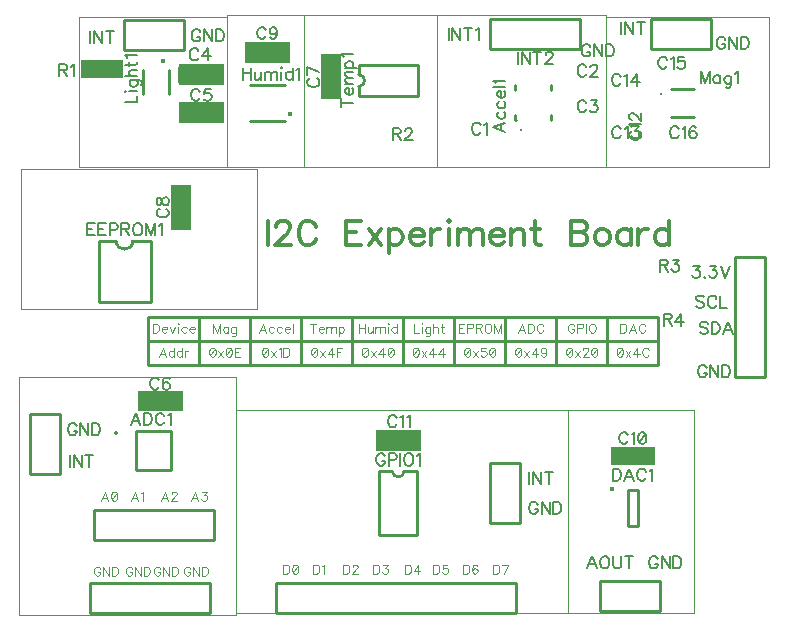
<source format=gto>
G04 DipTrace 3.1.0.0*
G04 SensorActuatorBreakout.gto*
%MOIN*%
G04 #@! TF.FileFunction,Legend,Top*
G04 #@! TF.Part,Single*
%ADD10C,0.009843*%
%ADD17C,0.001312*%
%ADD18C,0.011817*%
%ADD19O,0.013865X0.014127*%
%ADD24C,0.015395*%
%ADD28C,0.015429*%
%ADD33C,0.015417*%
%ADD36C,0.01178*%
%ADD78C,0.006176*%
%ADD79C,0.004632*%
%ADD80C,0.012351*%
%FSLAX26Y26*%
G04*
G70*
G90*
G75*
G01*
G04 TopSilk*
%LPD*%
X2048141Y2142606D2*
D10*
Y2160333D1*
Y2044184D2*
Y2059944D1*
X2166250Y2142606D2*
Y2160333D1*
Y2042217D2*
Y2059944D1*
D18*
X2067826Y2009740D3*
X2048141Y2044184D2*
D10*
X2050101Y2042217D1*
D19*
X715812Y998781D3*
X784091Y1008007D2*
D10*
X900375D1*
Y877799D1*
X784091D1*
Y1008007D1*
X927640Y2168429D2*
Y2219571D1*
D24*
X2370936Y814622D3*
X2425002Y809360D2*
D10*
Y691252D1*
X2456492Y809360D2*
Y691252D1*
X2425002D2*
X2456492D1*
X2425002Y809360D2*
X2456492D1*
X659320Y1639983D2*
Y1435261D1*
X832517Y1639983D2*
Y1435261D1*
X659320D2*
X832517D1*
X659320Y1639983D2*
X718348D1*
X773490D2*
X832517D1*
X718348D2*
G03X773490Y1639983I27571J15D01*
G01*
X1595092Y873184D2*
Y660585D1*
X1721063Y873184D2*
Y660585D1*
X1595092D2*
X1721063D1*
X1595092Y873184D2*
X1638389D1*
X1677766D2*
X1721063D1*
X1638389D2*
G03X1677766Y873184I19689J23D01*
G01*
D28*
X1297976Y2063401D3*
X1280810Y2159206D2*
D10*
X1162701D1*
X1280810Y2041096D2*
X1162701D1*
X1250212Y500246D2*
X2050139D1*
Y400244D1*
X1250212D1*
Y500246D1*
X2331300Y506498D2*
X2531324D1*
Y406493D1*
X2331300D1*
Y506498D1*
X1962620Y2381302D2*
X2262582D1*
Y2281297D1*
X1962620D1*
Y2381302D1*
X743967Y2375052D2*
X943991D1*
Y2275047D1*
X743967D1*
Y2375052D1*
X2500237Y2381505D2*
X2700261D1*
Y2281500D1*
X2500237D1*
Y2381505D1*
X643982Y744005D2*
X1044018D1*
Y644000D1*
X643982D1*
Y744005D1*
X631473Y500249D2*
X1031508D1*
Y400244D1*
X631473D1*
Y500249D1*
X431507Y862684D2*
X531512D1*
Y1062708D1*
X431507D1*
Y862684D1*
X2062606Y900214D2*
X1962601D1*
Y700190D1*
X2062606D1*
Y900214D1*
X2881270Y1587648D2*
X2781265D1*
Y1187612D1*
X2881270D1*
Y1587648D1*
D33*
X874575Y2238570D3*
X806323Y2208317D2*
D10*
Y2129543D1*
X892937Y2208317D2*
Y2129543D1*
X2566864Y2052820D2*
X2645706D1*
X2566864Y2147322D2*
X2645706D1*
D36*
X2535407Y2131587D3*
X1526722Y2123935D2*
D10*
X1723577D1*
X1526722Y2226312D2*
X1723577D1*
Y2123935D2*
Y2226312D1*
X1526722Y2155429D2*
Y2123935D1*
Y2194818D2*
Y2226312D1*
Y2155429D2*
G03X1526722Y2194818I-9J19694D01*
G01*
G36*
X1400251Y2262751D2*
X1469000D1*
Y2112751D1*
X1400251D1*
Y2262751D1*
G37*
G36*
X1147126Y2303375D2*
X1297126D1*
Y2234626D1*
X1147126D1*
Y2303375D1*
G37*
G36*
X928375Y2228375D2*
X1078375D1*
Y2159626D1*
X928375D1*
Y2228375D1*
G37*
G36*
Y2103375D2*
X1078375D1*
Y2034626D1*
X928375D1*
Y2103375D1*
G37*
G36*
X600249Y2244000D2*
X740875D1*
Y2184626D1*
X600249D1*
Y2244000D1*
G37*
G36*
X900251Y1825251D2*
X969000D1*
Y1675251D1*
X900251D1*
Y1825251D1*
G37*
G36*
X790875Y1140875D2*
X940875D1*
Y1072126D1*
X790875D1*
Y1140875D1*
G37*
G36*
X1584626Y1009626D2*
X1734625D1*
Y940877D1*
X1584626D1*
Y1009626D1*
G37*
G36*
X2365875Y953375D2*
X2512751D1*
Y894000D1*
X2365875D1*
Y953375D1*
G37*
X1344000Y2394000D2*
D17*
X1787751D1*
Y1887751D1*
X1344000D1*
Y2394000D1*
X1087751D2*
X1344000D1*
Y1887751D1*
X1087751D1*
Y2394000D1*
X594000Y2387751D2*
X1087751D1*
Y1887751D1*
X594000D1*
Y2387751D1*
X1787751Y2394000D2*
X2350251D1*
Y1887751D1*
X1787751D1*
Y2394000D1*
X2350251Y2387751D2*
X2894000D1*
Y1887751D1*
X2350251D1*
Y2387751D1*
X2225249Y1075251D2*
X2644000D1*
Y400251D1*
X2225249D1*
Y1075251D1*
X1119000D2*
X2225249D1*
Y400251D1*
X1119000D1*
Y1075251D1*
X394000Y1187751D2*
X1119000D1*
Y394000D1*
X394000D1*
Y1187751D1*
X400251Y1881500D2*
X1187749D1*
Y1412749D1*
X400251D1*
Y1881500D1*
X825249Y1387751D2*
D10*
X995249D1*
Y1307751D1*
X825249D1*
Y1387751D1*
Y1307751D2*
X995249D1*
Y1227751D1*
X825249D1*
Y1307751D1*
X995249Y1387751D2*
X1165249D1*
Y1307751D1*
X995249D1*
Y1387751D1*
Y1307751D2*
X1165249D1*
Y1227751D1*
X995249D1*
Y1307751D1*
X1165249Y1387751D2*
X1335249D1*
Y1307751D1*
X1165249D1*
Y1387751D1*
Y1307751D2*
X1335249D1*
Y1227751D1*
X1165249D1*
Y1307751D1*
X1335249Y1387751D2*
X1505249D1*
Y1307751D1*
X1335249D1*
Y1387751D1*
Y1307751D2*
X1505249D1*
Y1227751D1*
X1335249D1*
Y1307751D1*
X1505249Y1387751D2*
X1675249D1*
Y1307751D1*
X1505249D1*
Y1387751D1*
Y1307751D2*
X1675249D1*
Y1227751D1*
X1505249D1*
Y1307751D1*
X1675249Y1387751D2*
X1845249D1*
Y1307751D1*
X1675249D1*
Y1387751D1*
Y1307751D2*
X1845249D1*
Y1227751D1*
X1675249D1*
Y1307751D1*
X1845249Y1387751D2*
X2015249D1*
Y1307751D1*
X1845249D1*
Y1387751D1*
Y1307751D2*
X2015249D1*
Y1227751D1*
X1845249D1*
Y1307751D1*
X2015249Y1387751D2*
X2185249D1*
Y1307751D1*
X2015249D1*
Y1387751D1*
Y1307751D2*
X2185249D1*
Y1227751D1*
X2015249D1*
Y1307751D1*
X2185249Y1387751D2*
X2355249D1*
Y1307751D1*
X2185249D1*
Y1387751D1*
Y1307751D2*
X2355249D1*
Y1227751D1*
X2185249D1*
Y1307751D1*
X2355249Y1387751D2*
X2525249D1*
Y1307751D1*
X2355249D1*
Y1387751D1*
Y1307751D2*
X2525249D1*
Y1227751D1*
X2355249D1*
Y1307751D1*
X2015139Y2034570D2*
D78*
X1974947Y2019227D1*
X2015138Y2003929D1*
X2001741Y2009677D2*
Y2028822D1*
X1994092Y2069913D2*
X1990245Y2066067D1*
X1988344Y2062220D1*
Y2056516D1*
X1990245Y2052669D1*
X1994092Y2048867D1*
X1999840Y2046921D1*
X2003642D1*
X2009390Y2048867D1*
X2013193Y2052669D1*
X2015139Y2056516D1*
Y2062220D1*
X2013193Y2066067D1*
X2009390Y2069913D1*
X1994092Y2105257D2*
X1990245Y2101410D1*
X1988344Y2097563D1*
Y2091860D1*
X1990245Y2088013D1*
X1994092Y2084210D1*
X1999840Y2082265D1*
X2003642D1*
X2009390Y2084210D1*
X2013193Y2088013D1*
X2015139Y2091860D1*
X2015138Y2097563D1*
X2013193Y2101410D1*
X2009390Y2105257D1*
X1999840Y2117608D2*
Y2140556D1*
X1995993D1*
X1992146Y2138655D1*
X1990245Y2136754D1*
X1988344Y2132907D1*
Y2127159D1*
X1990245Y2123356D1*
X1994092Y2119510D1*
X1999840Y2117608D1*
X2003642D1*
X2009390Y2119510D1*
X2013193Y2123356D1*
X2015138Y2127159D1*
Y2132907D1*
X2013193Y2136754D1*
X2009390Y2140556D1*
X1974947Y2152908D2*
X2015138D1*
X1982640Y2165259D2*
X1980695Y2169106D1*
X1974991Y2174854D1*
X2015138D1*
X797818Y1026393D2*
X782475Y1066585D1*
X767176Y1026393D1*
X772924Y1039790D2*
X792070D1*
X810169Y1066585D2*
Y1026393D1*
X823567D1*
X829315Y1028339D1*
X833161Y1032141D1*
X835063Y1035988D1*
X836964Y1041692D1*
Y1051286D1*
X835063Y1057034D1*
X833161Y1060837D1*
X829315Y1064684D1*
X823567Y1066585D1*
X810169D1*
X878011Y1057034D2*
X876110Y1060837D1*
X872263Y1064684D1*
X868461Y1066585D1*
X860811D1*
X856965Y1064684D1*
X853162Y1060837D1*
X851217Y1057034D1*
X849315Y1051286D1*
Y1041692D1*
X851217Y1035988D1*
X853162Y1032141D1*
X856965Y1028339D1*
X860811Y1026393D1*
X868461D1*
X872263Y1028339D1*
X876110Y1032141D1*
X878011Y1035988D1*
X890363Y1058892D2*
X894209Y1060837D1*
X899957Y1066541D1*
Y1026393D1*
X1932661Y2025213D2*
X1930760Y2029015D1*
X1926913Y2032862D1*
X1923110Y2034764D1*
X1915461D1*
X1911614Y2032862D1*
X1907812Y2029015D1*
X1905866Y2025213D1*
X1903965Y2019465D1*
Y2009870D1*
X1905866Y2004166D1*
X1907812Y2000320D1*
X1911614Y1996517D1*
X1915461Y1994571D1*
X1923110D1*
X1926913Y1996517D1*
X1930760Y2000320D1*
X1932661Y2004166D1*
X1945012Y2027070D2*
X1948859Y2029015D1*
X1954607Y2034719D1*
Y1994571D1*
X2284565Y2218779D2*
X2282664Y2222581D1*
X2278817Y2226428D1*
X2275014Y2228329D1*
X2267365D1*
X2263518Y2226428D1*
X2259716Y2222581D1*
X2257770Y2218779D1*
X2255869Y2213031D1*
Y2203436D1*
X2257770Y2197732D1*
X2259716Y2193885D1*
X2263518Y2190083D1*
X2267365Y2188137D1*
X2275014D1*
X2278817Y2190083D1*
X2282664Y2193885D1*
X2284565Y2197732D1*
X2298862Y2218734D2*
Y2220636D1*
X2300763Y2224482D1*
X2302664Y2226384D1*
X2306511Y2228285D1*
X2314160D1*
X2317963Y2226384D1*
X2319864Y2224482D1*
X2321810Y2220636D1*
Y2216833D1*
X2319864Y2212986D1*
X2316062Y2207282D1*
X2296916Y2188137D1*
X2323711D1*
X2284740Y2100213D2*
X2282838Y2104015D1*
X2278991Y2107862D1*
X2275189Y2109764D1*
X2267540D1*
X2263693Y2107862D1*
X2259890Y2104015D1*
X2257945Y2100213D1*
X2256044Y2094465D1*
Y2084870D1*
X2257945Y2079166D1*
X2259890Y2075320D1*
X2263693Y2071517D1*
X2267540Y2069571D1*
X2275189D1*
X2278991Y2071517D1*
X2282838Y2075320D1*
X2284740Y2079166D1*
X2300938Y2109719D2*
X2321940D1*
X2310488Y2094421D1*
X2316236D1*
X2320039Y2092519D1*
X2321940Y2090618D1*
X2323886Y2084870D1*
Y2081068D1*
X2321940Y2075320D1*
X2318138Y2071473D1*
X2312390Y2069571D1*
X2306641D1*
X2300938Y2071473D1*
X2299036Y2073418D1*
X2297091Y2077221D1*
X992341Y2272555D2*
X990440Y2276358D1*
X986593Y2280205D1*
X982791Y2282106D1*
X975141D1*
X971295Y2280205D1*
X967492Y2276358D1*
X965547Y2272555D1*
X963645Y2266807D1*
Y2257213D1*
X965547Y2251509D1*
X967492Y2247662D1*
X971295Y2243860D1*
X975141Y2241914D1*
X982791D1*
X986593Y2243860D1*
X990440Y2247662D1*
X992341Y2251509D1*
X1023838Y2241914D2*
Y2282062D1*
X1004693Y2255311D1*
X1033389D1*
X997240Y2137713D2*
X995338Y2141515D1*
X991491Y2145362D1*
X987689Y2147264D1*
X980040D1*
X976193Y2145362D1*
X972390Y2141515D1*
X970445Y2137713D1*
X968544Y2131965D1*
Y2122370D1*
X970445Y2116666D1*
X972390Y2112820D1*
X976193Y2109017D1*
X980040Y2107071D1*
X987689D1*
X991491Y2109017D1*
X995338Y2112820D1*
X997240Y2116666D1*
X1032539Y2147219D2*
X1013438D1*
X1011536Y2130019D1*
X1013438Y2131921D1*
X1019186Y2133866D1*
X1024890D1*
X1030638Y2131921D1*
X1034484Y2128118D1*
X1036386Y2122370D1*
Y2118568D1*
X1034484Y2112820D1*
X1030638Y2108973D1*
X1024890Y2107071D1*
X1019186D1*
X1013438Y2108973D1*
X1011536Y2110918D1*
X1009591Y2114721D1*
X860687Y1175138D2*
X858786Y1178941D1*
X854939Y1182787D1*
X851137Y1184689D1*
X843487D1*
X839641Y1182787D1*
X835838Y1178941D1*
X833893Y1175138D1*
X831991Y1169390D1*
Y1159795D1*
X833893Y1154091D1*
X835838Y1150245D1*
X839641Y1146442D1*
X843487Y1144497D1*
X851137D1*
X854939Y1146442D1*
X858786Y1150245D1*
X860687Y1154091D1*
X895987Y1178941D2*
X894085Y1182743D1*
X888337Y1184644D1*
X884535D1*
X878787Y1182743D1*
X874940Y1176995D1*
X873039Y1167445D1*
Y1157894D1*
X874940Y1150245D1*
X878787Y1146398D1*
X884535Y1144497D1*
X886436D1*
X892140Y1146398D1*
X895987Y1150245D1*
X897888Y1155993D1*
Y1157894D1*
X895987Y1163642D1*
X892140Y1167445D1*
X886436Y1169346D1*
X884535D1*
X878787Y1167445D1*
X874940Y1163642D1*
X873039Y1157894D1*
X1364917Y2182337D2*
X1361115Y2180435D1*
X1357268Y2176589D1*
X1355366Y2172786D1*
Y2165137D1*
X1357268Y2161290D1*
X1361114Y2157488D1*
X1364917Y2155542D1*
X1370665Y2153641D1*
X1380260D1*
X1385964Y2155542D1*
X1389810Y2157488D1*
X1393613Y2161290D1*
X1395558Y2165137D1*
Y2172786D1*
X1393613Y2176589D1*
X1389810Y2180435D1*
X1385964Y2182337D1*
X1395558Y2202337D2*
X1355411Y2221483D1*
Y2194688D1*
X862787Y1747262D2*
X858985Y1745360D1*
X855138Y1741514D1*
X853237Y1737711D1*
Y1730062D1*
X855138Y1726215D1*
X858985Y1722413D1*
X862787Y1720467D1*
X868535Y1718566D1*
X878130D1*
X883834Y1720467D1*
X887680Y1722413D1*
X891483Y1726215D1*
X893429Y1730062D1*
Y1737711D1*
X891483Y1741514D1*
X887681Y1745360D1*
X883834Y1747262D1*
X853281Y1769164D2*
X855182Y1763460D1*
X858985Y1761514D1*
X862831D1*
X866634Y1763460D1*
X868579Y1767262D1*
X870481Y1774912D1*
X872382Y1780660D1*
X876229Y1784462D1*
X880031Y1786363D1*
X885779D1*
X889582Y1784462D1*
X891527Y1782561D1*
X893429Y1776813D1*
Y1769164D1*
X891527Y1763460D1*
X889582Y1761514D1*
X885779Y1759613D1*
X880031D1*
X876229Y1761514D1*
X872382Y1765361D1*
X870481Y1771065D1*
X868579Y1778714D1*
X866634Y1782561D1*
X862831Y1784462D1*
X858985D1*
X855182Y1782561D1*
X853281Y1776813D1*
Y1769164D1*
X1216939Y2343962D2*
X1215038Y2347765D1*
X1211191Y2351612D1*
X1207389Y2353513D1*
X1199740D1*
X1195893Y2351612D1*
X1192090Y2347765D1*
X1190145Y2343962D1*
X1188244Y2338214D1*
Y2328619D1*
X1190145Y2322916D1*
X1192090Y2319069D1*
X1195893Y2315266D1*
X1199740Y2313321D1*
X1207389D1*
X1211191Y2315266D1*
X1215038Y2319069D1*
X1216939Y2322916D1*
X1254184Y2340116D2*
X1252239Y2334367D1*
X1248436Y2330521D1*
X1242688Y2328619D1*
X1240787D1*
X1235039Y2330521D1*
X1231236Y2334367D1*
X1229291Y2340116D1*
Y2342017D1*
X1231236Y2347765D1*
X1235039Y2351567D1*
X1240787Y2353469D1*
X1242688D1*
X1248436Y2351567D1*
X1252239Y2347765D1*
X1254184Y2340116D1*
Y2330521D1*
X1252239Y2320970D1*
X1248436Y2315222D1*
X1242688Y2313321D1*
X1238886D1*
X1233138Y2315222D1*
X1231236Y2319069D1*
X2423766Y993964D2*
X2421865Y997766D1*
X2418018Y1001613D1*
X2414216Y1003514D1*
X2406567D1*
X2402720Y1001613D1*
X2398917Y997766D1*
X2396972Y993964D1*
X2395070Y988216D1*
Y978621D1*
X2396972Y972917D1*
X2398917Y969070D1*
X2402720Y965268D1*
X2406567Y963322D1*
X2414216D1*
X2418018Y965268D1*
X2421865Y969070D1*
X2423766Y972917D1*
X2436118Y995821D2*
X2439965Y997766D1*
X2445713Y1003470D1*
Y963322D1*
X2469560Y1003470D2*
X2463812Y1001569D1*
X2459965Y995821D1*
X2458064Y986270D1*
Y980522D1*
X2459965Y970971D1*
X2463812Y965223D1*
X2469560Y963322D1*
X2473363D1*
X2479111Y965223D1*
X2482913Y970971D1*
X2484859Y980522D1*
Y986270D1*
X2482913Y995821D1*
X2479111Y1001569D1*
X2473363Y1003470D1*
X2469560D1*
X2482913Y995821D2*
X2459965Y970971D1*
X1652937Y1050213D2*
X1651036Y1054015D1*
X1647189Y1057862D1*
X1643387Y1059764D1*
X1635737D1*
X1631891Y1057862D1*
X1628088Y1054015D1*
X1626143Y1050213D1*
X1624241Y1044465D1*
Y1034870D1*
X1626143Y1029166D1*
X1628088Y1025320D1*
X1631891Y1021517D1*
X1635737Y1019571D1*
X1643387D1*
X1647189Y1021517D1*
X1651036Y1025320D1*
X1652937Y1029166D1*
X1665289Y1052070D2*
X1669135Y1054015D1*
X1674883Y1059719D1*
Y1019571D1*
X1687235Y1052070D2*
X1691082Y1054015D1*
X1696830Y1059719D1*
Y1019571D1*
X2437787Y2006837D2*
X2433985Y2004936D1*
X2430138Y2001089D1*
X2428237Y1997287D1*
Y1989638D1*
X2430138Y1985791D1*
X2433985Y1981988D1*
X2437787Y1980043D1*
X2443535Y1978141D1*
X2453130D1*
X2458834Y1980043D1*
X2462680Y1981988D1*
X2466483Y1985791D1*
X2468429Y1989637D1*
Y1997287D1*
X2466483Y2001089D1*
X2462681Y2004936D1*
X2458834Y2006837D1*
X2435930Y2019189D2*
X2433985Y2023036D1*
X2428281Y2028784D1*
X2468429Y2028783D1*
X2437831Y2043080D2*
X2435930D1*
X2432083Y2044982D1*
X2430182Y2046883D1*
X2428281Y2050730D1*
Y2058379D1*
X2430182Y2062182D1*
X2432083Y2064083D1*
X2435930Y2066028D1*
X2439733D1*
X2443579Y2064083D1*
X2449283Y2060280D1*
X2468429Y2041135D1*
Y2067930D1*
X2400588Y2012713D2*
X2398687Y2016515D1*
X2394840Y2020362D1*
X2391037Y2022264D1*
X2383388D1*
X2379541Y2020362D1*
X2375739Y2016515D1*
X2373793Y2012713D1*
X2371892Y2006965D1*
Y1997370D1*
X2373793Y1991666D1*
X2375739Y1987820D1*
X2379541Y1984017D1*
X2383388Y1982071D1*
X2391037D1*
X2394840Y1984017D1*
X2398687Y1987820D1*
X2400588Y1991666D1*
X2412939Y2014570D2*
X2416786Y2016515D1*
X2422534Y2022219D1*
Y1982071D1*
X2438732Y2022219D2*
X2459735D1*
X2448283Y2006921D1*
X2454031D1*
X2457833Y2005019D1*
X2459735Y2003118D1*
X2461680Y1997370D1*
Y1993568D1*
X2459735Y1987820D1*
X2455932Y1983973D1*
X2450184Y1982071D1*
X2444436D1*
X2438732Y1983973D1*
X2436831Y1985918D1*
X2434886Y1989721D1*
X2399637Y2187713D2*
X2397736Y2191515D1*
X2393889Y2195362D1*
X2390087Y2197264D1*
X2382437D1*
X2378591Y2195362D1*
X2374788Y2191515D1*
X2372843Y2187713D1*
X2370941Y2181965D1*
Y2172370D1*
X2372843Y2166666D1*
X2374788Y2162820D1*
X2378591Y2159017D1*
X2382437Y2157071D1*
X2390087D1*
X2393889Y2159017D1*
X2397736Y2162820D1*
X2399637Y2166666D1*
X2411989Y2189570D2*
X2415835Y2191515D1*
X2421583Y2197219D1*
Y2157071D1*
X2453080D2*
Y2197219D1*
X2433935Y2170469D1*
X2462631D1*
X2554139Y2244583D2*
X2552238Y2248386D1*
X2548391Y2252232D1*
X2544589Y2254134D1*
X2536939D1*
X2533092Y2252232D1*
X2529290Y2248386D1*
X2527344Y2244583D1*
X2525443Y2238835D1*
Y2229240D1*
X2527344Y2223536D1*
X2529290Y2219690D1*
X2533092Y2215887D1*
X2536939Y2213942D1*
X2544589D1*
X2548391Y2215887D1*
X2552238Y2219690D1*
X2554139Y2223536D1*
X2566491Y2246440D2*
X2570337Y2248386D1*
X2576085Y2254089D1*
Y2213942D1*
X2611385Y2254089D2*
X2592283D1*
X2590382Y2236889D1*
X2592283Y2238791D1*
X2598031Y2240736D1*
X2603735D1*
X2609483Y2238791D1*
X2613330Y2234988D1*
X2615231Y2229240D1*
Y2225438D1*
X2613330Y2219690D1*
X2609483Y2215843D1*
X2603735Y2213942D1*
X2598031D1*
X2592283Y2215843D1*
X2590382Y2217788D1*
X2588437Y2221591D1*
X2593490Y2012713D2*
X2591589Y2016515D1*
X2587742Y2020362D1*
X2583939Y2022264D1*
X2576290D1*
X2572443Y2020362D1*
X2568641Y2016515D1*
X2566695Y2012713D1*
X2564794Y2006965D1*
Y1997370D1*
X2566695Y1991666D1*
X2568641Y1987820D1*
X2572443Y1984017D1*
X2576290Y1982071D1*
X2583939D1*
X2587742Y1984017D1*
X2591589Y1987820D1*
X2593490Y1991666D1*
X2605841Y2014570D2*
X2609688Y2016515D1*
X2615436Y2022219D1*
Y1982071D1*
X2650735Y2016515D2*
X2648834Y2020318D1*
X2643086Y2022219D1*
X2639283D1*
X2633535Y2020318D1*
X2629689Y2014570D1*
X2627787Y2005019D1*
Y1995469D1*
X2629689Y1987820D1*
X2633535Y1983973D1*
X2639283Y1982071D1*
X2641185D1*
X2646889Y1983973D1*
X2650735Y1987820D1*
X2652637Y1993568D1*
Y1995469D1*
X2650735Y2001217D1*
X2646889Y2005019D1*
X2641185Y2006921D1*
X2639283D1*
X2633535Y2005019D1*
X2629689Y2001217D1*
X2627787Y1995469D1*
X2372986Y880901D2*
Y840709D1*
X2386383D1*
X2392131Y842655D1*
X2395978Y846457D1*
X2397880Y850304D1*
X2399781Y856008D1*
Y865603D1*
X2397880Y871351D1*
X2395978Y875153D1*
X2392131Y879000D1*
X2386383Y880901D1*
X2372986D1*
X2442774Y840709D2*
X2427431Y880901D1*
X2412132Y840709D1*
X2417880Y854107D2*
X2437026D1*
X2483821Y871351D2*
X2481920Y875153D1*
X2478073Y879000D1*
X2474270Y880901D1*
X2466621D1*
X2462774Y879000D1*
X2458972Y875153D1*
X2457026Y871351D1*
X2455125Y865603D1*
Y856008D1*
X2457026Y850304D1*
X2458972Y846457D1*
X2462774Y842655D1*
X2466621Y840709D1*
X2474270D1*
X2478073Y842655D1*
X2481920Y846457D1*
X2483821Y850304D1*
X2496172Y873208D2*
X2500019Y875153D1*
X2505767Y880857D1*
Y840709D1*
X646675Y1698561D2*
X621826D1*
Y1658369D1*
X646675D1*
X621826Y1679416D2*
X637125D1*
X683876Y1698561D2*
X659027D1*
Y1658369D1*
X683876D1*
X659027Y1679416D2*
X674325D1*
X696227Y1677515D2*
X713471D1*
X719175Y1679416D1*
X721121Y1681362D1*
X723022Y1685164D1*
Y1690912D1*
X721121Y1694715D1*
X719175Y1696660D1*
X713471Y1698561D1*
X696227D1*
Y1658369D1*
X735373Y1679416D2*
X752573D1*
X758321Y1681362D1*
X760267Y1683263D1*
X762168Y1687065D1*
Y1690912D1*
X760267Y1694715D1*
X758321Y1696660D1*
X752573Y1698561D1*
X735373D1*
Y1658369D1*
X748771Y1679416D2*
X762168Y1658369D1*
X786015Y1698561D2*
X782169Y1696660D1*
X778366Y1692813D1*
X776421Y1689011D1*
X774519Y1683263D1*
Y1673668D1*
X776421Y1667964D1*
X778366Y1664117D1*
X782169Y1660315D1*
X786015Y1658369D1*
X793665D1*
X797467Y1660315D1*
X801314Y1664117D1*
X803215Y1667964D1*
X805116Y1673668D1*
Y1683263D1*
X803215Y1689011D1*
X801314Y1692813D1*
X797467Y1696660D1*
X793665Y1698561D1*
X786015D1*
X848065Y1658369D2*
Y1698561D1*
X832766Y1658369D1*
X817468Y1698561D1*
Y1658369D1*
X860416Y1690868D2*
X864263Y1692813D1*
X870011Y1698517D1*
Y1658369D1*
X1614229Y922212D2*
X1612328Y926015D1*
X1608481Y929862D1*
X1604679Y931763D1*
X1597029D1*
X1593183Y929862D1*
X1589380Y926015D1*
X1587435Y922212D1*
X1585533Y916464D1*
Y906869D1*
X1587435Y901166D1*
X1589380Y897319D1*
X1593183Y893516D1*
X1597029Y891571D1*
X1604679D1*
X1608481Y893516D1*
X1612328Y897319D1*
X1614229Y901166D1*
Y906869D1*
X1604679D1*
X1626581Y910716D2*
X1643825D1*
X1649529Y912617D1*
X1651474Y914563D1*
X1653375Y918366D1*
Y924114D1*
X1651474Y927916D1*
X1649529Y929862D1*
X1643825Y931763D1*
X1626581D1*
Y891571D1*
X1665727Y931763D2*
Y891571D1*
X1689574Y931763D2*
X1685727Y929862D1*
X1681925Y926015D1*
X1679979Y922212D1*
X1678078Y916464D1*
Y906869D1*
X1679979Y901166D1*
X1681925Y897319D1*
X1685727Y893516D1*
X1689574Y891571D1*
X1697223D1*
X1701026Y893516D1*
X1704873Y897319D1*
X1706774Y901166D1*
X1708675Y906869D1*
Y916464D1*
X1706774Y922212D1*
X1704873Y926015D1*
X1701026Y929862D1*
X1697223Y931763D1*
X1689574D1*
X1721027Y924069D2*
X1724873Y926015D1*
X1730622Y931719D1*
Y891571D1*
X1140133Y2217784D2*
Y2177592D1*
X1166928Y2217784D2*
Y2177592D1*
X1140133Y2198639D2*
X1166928D1*
X1179279Y2204387D2*
Y2185242D1*
X1181180Y2179538D1*
X1185027Y2177592D1*
X1190775D1*
X1194578Y2179538D1*
X1200326Y2185242D1*
Y2204387D2*
Y2177592D1*
X1212677Y2204387D2*
Y2177592D1*
Y2196738D2*
X1218425Y2202486D1*
X1222272Y2204387D1*
X1227976D1*
X1231822Y2202486D1*
X1233724Y2196738D1*
Y2177592D1*
Y2196738D2*
X1239472Y2202486D1*
X1243318Y2204387D1*
X1249022D1*
X1252869Y2202486D1*
X1254815Y2196738D1*
Y2177592D1*
X1267166Y2217784D2*
X1269067Y2215883D1*
X1271013Y2217784D1*
X1269067Y2219730D1*
X1267166Y2217784D1*
X1269067Y2204387D2*
Y2177592D1*
X1306312Y2217784D2*
Y2177592D1*
Y2198639D2*
X1302509Y2202486D1*
X1298663Y2204387D1*
X1292915D1*
X1289112Y2202486D1*
X1285265Y2198639D1*
X1283364Y2192891D1*
Y2189089D1*
X1285265Y2183341D1*
X1289112Y2179538D1*
X1292915Y2177592D1*
X1298663D1*
X1302509Y2179538D1*
X1306312Y2183341D1*
X1318663Y2210091D2*
X1322510Y2212036D1*
X1328258Y2217740D1*
Y2177592D1*
X747744Y2101809D2*
X787936D1*
Y2124757D1*
X747744Y2137108D2*
X749646Y2139010D1*
X747744Y2140955D1*
X745799Y2139010D1*
X747744Y2137108D1*
X761142Y2139010D2*
X787936D1*
X763043Y2176254D2*
X793684D1*
X799388Y2174353D1*
X801334Y2172452D1*
X803235Y2168605D1*
Y2162857D1*
X801334Y2159055D1*
X768791Y2176254D2*
X764989Y2172452D1*
X763043Y2168605D1*
Y2162857D1*
X764989Y2159055D1*
X768791Y2155208D1*
X774539Y2153307D1*
X778386D1*
X784090Y2155208D1*
X787936Y2159055D1*
X789838Y2162857D1*
Y2168605D1*
X787936Y2172452D1*
X784090Y2176254D1*
X747744Y2188606D2*
X787936D1*
X768791D2*
X763043Y2194354D1*
X761142Y2198201D1*
Y2203949D1*
X763043Y2207751D1*
X768791Y2209652D1*
X787936D1*
X747744Y2227752D2*
X780287D1*
X785991Y2229653D1*
X787936Y2233500D1*
Y2237302D1*
X761142Y2222004D2*
Y2235401D1*
X755438Y2249654D2*
X753492Y2253501D1*
X747789Y2259249D1*
X787936D1*
X2696723Y2165708D2*
Y2205900D1*
X2681424Y2165708D1*
X2666126Y2205900D1*
Y2165708D1*
X2732022Y2192503D2*
Y2165708D1*
Y2186755D2*
X2728220Y2190601D1*
X2724373Y2192503D1*
X2718669D1*
X2714822Y2190601D1*
X2711020Y2186755D1*
X2709074Y2181007D1*
Y2177204D1*
X2711020Y2171456D1*
X2714822Y2167653D1*
X2718669Y2165708D1*
X2724373D1*
X2728220Y2167653D1*
X2732022Y2171456D1*
X2767322Y2190601D2*
Y2159960D1*
X2765420Y2154256D1*
X2763519Y2152311D1*
X2759672Y2150409D1*
X2753924D1*
X2750122Y2152311D1*
X2767322Y2184853D2*
X2763519Y2188656D1*
X2759672Y2190601D1*
X2753924D1*
X2750122Y2188656D1*
X2746275Y2184853D1*
X2744374Y2179105D1*
Y2175259D1*
X2746275Y2169555D1*
X2750122Y2165708D1*
X2753924Y2163807D1*
X2759672D1*
X2763519Y2165708D1*
X2767322Y2169555D1*
X2779673Y2198206D2*
X2783520Y2200152D1*
X2789268Y2205856D1*
Y2165708D1*
X528093Y2209369D2*
X545293D1*
X551041Y2211314D1*
X552986Y2213216D1*
X554887Y2217018D1*
Y2220865D1*
X552986Y2224667D1*
X551041Y2226613D1*
X545293Y2228514D1*
X528093D1*
Y2188322D1*
X541490Y2209369D2*
X554887Y2188322D1*
X567239Y2220821D2*
X571086Y2222766D1*
X576834Y2228470D1*
Y2188322D1*
X1639948Y1996706D2*
X1657148D1*
X1662896Y1998652D1*
X1664842Y2000553D1*
X1666743Y2004355D1*
Y2008202D1*
X1664842Y2012005D1*
X1662896Y2013950D1*
X1657148Y2015851D1*
X1639948D1*
Y1975659D1*
X1653346Y1996706D2*
X1666743Y1975659D1*
X1681040Y2006257D2*
Y2008158D1*
X1682941Y2012005D1*
X1684842Y2013906D1*
X1688689Y2015807D1*
X1696338D1*
X1700141Y2013906D1*
X1702042Y2012005D1*
X1703988Y2008158D1*
Y2004355D1*
X1702042Y2000509D1*
X1698240Y1994805D1*
X1679094Y1975659D1*
X1705889D1*
X2529780Y1559113D2*
X2546980D1*
X2552728Y1561058D1*
X2554674Y1562960D1*
X2556575Y1566762D1*
Y1570609D1*
X2554674Y1574411D1*
X2552728Y1576357D1*
X2546980Y1578258D1*
X2529780D1*
Y1538066D1*
X2543178Y1559113D2*
X2556575Y1538066D1*
X2572773Y1578214D2*
X2593776D1*
X2582324Y1562915D1*
X2588072D1*
X2591874Y1561014D1*
X2593776Y1559113D1*
X2595721Y1553365D1*
Y1549562D1*
X2593776Y1543814D1*
X2589973Y1539968D1*
X2584225Y1538066D1*
X2578477D1*
X2572773Y1539968D1*
X2570872Y1541913D1*
X2568926Y1545716D1*
X2542668Y1378740D2*
X2559867D1*
X2565615Y1380686D1*
X2567561Y1382587D1*
X2569462Y1386389D1*
Y1390236D1*
X2567561Y1394039D1*
X2565615Y1395984D1*
X2559867Y1397886D1*
X2542668D1*
Y1357694D1*
X2556065Y1378740D2*
X2569462Y1357694D1*
X2600959D2*
Y1397841D1*
X2581814Y1371091D1*
X2610510D1*
X1468144Y2101585D2*
X1508336Y2101584D1*
X1468144Y2088187D2*
Y2114982D1*
X1493037Y2127333D2*
Y2150281D1*
X1489191D1*
X1485344Y2148380D1*
X1483443Y2146479D1*
X1481541Y2142632D1*
Y2136884D1*
X1483443Y2133081D1*
X1487289Y2129234D1*
X1493037Y2127333D1*
X1496840D1*
X1502588Y2129234D1*
X1506391Y2133081D1*
X1508336Y2136884D1*
Y2142632D1*
X1506391Y2146479D1*
X1502588Y2150281D1*
X1481541Y2162632D2*
X1508336D1*
X1489191D2*
X1483443Y2168381D1*
X1481541Y2172227D1*
Y2177931D1*
X1483443Y2181778D1*
X1489191Y2183679D1*
X1508336D1*
X1489191D2*
X1483443Y2189427D1*
X1481541Y2193274D1*
Y2198978D1*
X1483443Y2202824D1*
X1489191Y2204770D1*
X1508336D1*
X1481541Y2217121D2*
X1521733D1*
X1487289D2*
X1483487Y2220968D1*
X1481541Y2224771D1*
Y2230519D1*
X1483487Y2234365D1*
X1487289Y2238168D1*
X1493037Y2240113D1*
X1496884D1*
X1502588Y2238168D1*
X1506435Y2234365D1*
X1508336Y2230519D1*
Y2224771D1*
X1506435Y2220968D1*
X1502588Y2217121D1*
X1475838Y2252465D2*
X1473892Y2256312D1*
X1468188Y2262060D1*
X1508336D1*
X841161Y1364630D2*
D79*
Y1334486D1*
X851209D1*
X855521Y1335945D1*
X858406Y1338797D1*
X859832Y1341682D1*
X861257Y1345960D1*
Y1353156D1*
X859832Y1357467D1*
X858406Y1360319D1*
X855521Y1363204D1*
X851209Y1364630D1*
X841161D1*
X870521Y1345960D2*
X887732D1*
Y1348845D1*
X886306Y1351730D1*
X884880Y1353156D1*
X881995Y1354582D1*
X877684D1*
X874832Y1353156D1*
X871947Y1350271D1*
X870521Y1345960D1*
Y1343108D1*
X871947Y1338797D1*
X874832Y1335945D1*
X877684Y1334486D1*
X881995D1*
X884880Y1335945D1*
X887732Y1338797D1*
X896996Y1354582D2*
X905618Y1334486D1*
X914206Y1354582D1*
X923470Y1364630D2*
X924896Y1363204D1*
X926355Y1364630D1*
X924896Y1366089D1*
X923470Y1364630D1*
X924896Y1354582D2*
Y1334486D1*
X952863Y1350271D2*
X949978Y1353156D1*
X947093Y1354582D1*
X942815D1*
X939930Y1353156D1*
X937078Y1350271D1*
X935619Y1345960D1*
Y1343108D1*
X937078Y1338797D1*
X939930Y1335945D1*
X942815Y1334486D1*
X947093D1*
X949978Y1335945D1*
X952863Y1338797D1*
X962126Y1345960D2*
X979337D1*
Y1348845D1*
X977911Y1351730D1*
X976485Y1353156D1*
X973600Y1354582D1*
X969289D1*
X966437Y1353156D1*
X963552Y1350271D1*
X962126Y1345960D1*
Y1343108D1*
X963552Y1338797D1*
X966437Y1335945D1*
X969289Y1334486D1*
X973600D1*
X976485Y1335945D1*
X979337Y1338797D1*
X884880Y1254486D2*
X873373Y1284630D1*
X861899Y1254486D1*
X866210Y1264534D2*
X880569D1*
X911355Y1284630D2*
Y1254486D1*
Y1270271D2*
X908503Y1273156D1*
X905618Y1274582D1*
X901307D1*
X898455Y1273156D1*
X895570Y1270271D1*
X894144Y1265960D1*
Y1263108D1*
X895570Y1258797D1*
X898455Y1255945D1*
X901307Y1254486D1*
X905618D1*
X908503Y1255945D1*
X911355Y1258797D1*
X937829Y1284630D2*
Y1254486D1*
Y1270271D2*
X934977Y1273156D1*
X932092Y1274582D1*
X927781D1*
X924929Y1273156D1*
X922044Y1270271D1*
X920618Y1265960D1*
Y1263108D1*
X922044Y1258797D1*
X924929Y1255945D1*
X927781Y1254486D1*
X932092D1*
X934977Y1255945D1*
X937829Y1258797D1*
X947093Y1274582D2*
Y1254486D1*
Y1265960D2*
X948552Y1270271D1*
X951404Y1273156D1*
X954289Y1274582D1*
X958600D1*
X1065249Y1334486D2*
Y1364630D1*
X1053775Y1334486D1*
X1042301Y1364630D1*
Y1334486D1*
X1091723Y1354582D2*
Y1334486D1*
Y1350271D2*
X1088871Y1353156D1*
X1085986Y1354582D1*
X1081708D1*
X1078823Y1353156D1*
X1075971Y1350271D1*
X1074512Y1345960D1*
Y1343108D1*
X1075971Y1338797D1*
X1078823Y1335945D1*
X1081708Y1334486D1*
X1085986D1*
X1088871Y1335945D1*
X1091723Y1338797D1*
X1118198Y1353156D2*
Y1330175D1*
X1116772Y1325897D1*
X1115346Y1324438D1*
X1112461Y1323012D1*
X1108150D1*
X1105298Y1324438D1*
X1118198Y1348845D2*
X1115346Y1351697D1*
X1112461Y1353156D1*
X1108150D1*
X1105298Y1351697D1*
X1102413Y1348845D1*
X1100987Y1344534D1*
Y1341649D1*
X1102413Y1337371D1*
X1105298Y1334486D1*
X1108150Y1333060D1*
X1112461D1*
X1115346Y1334486D1*
X1118198Y1337371D1*
X1037669Y1284597D2*
X1033358Y1283171D1*
X1030473Y1278860D1*
X1029047Y1271697D1*
Y1267386D1*
X1030473Y1260223D1*
X1033358Y1255912D1*
X1037669Y1254486D1*
X1040521D1*
X1044832Y1255912D1*
X1047684Y1260223D1*
X1049143Y1267386D1*
Y1271697D1*
X1047684Y1278860D1*
X1044832Y1283171D1*
X1040521Y1284597D1*
X1037669D1*
X1047684Y1278860D2*
X1030473Y1260223D1*
X1058407Y1274582D2*
X1074192Y1254486D1*
Y1274582D2*
X1058407Y1254486D1*
X1092077Y1284597D2*
X1087766Y1283171D1*
X1084881Y1278860D1*
X1083455Y1271697D1*
Y1267386D1*
X1084881Y1260223D1*
X1087766Y1255912D1*
X1092077Y1254486D1*
X1094929D1*
X1099240Y1255912D1*
X1102092Y1260223D1*
X1103551Y1267386D1*
Y1271697D1*
X1102092Y1278860D1*
X1099240Y1283171D1*
X1094929Y1284597D1*
X1092077D1*
X1102092Y1278860D2*
X1084881Y1260223D1*
X1131452Y1284630D2*
X1112815D1*
Y1254486D1*
X1131452D1*
X1112815Y1270271D2*
X1124289D1*
X1217363Y1334486D2*
X1205856Y1364630D1*
X1194382Y1334486D1*
X1198693Y1344534D2*
X1213052D1*
X1243871Y1350271D2*
X1240986Y1353156D1*
X1238101Y1354582D1*
X1233823D1*
X1230938Y1353156D1*
X1228086Y1350271D1*
X1226627Y1345960D1*
Y1343108D1*
X1228086Y1338797D1*
X1230938Y1335945D1*
X1233823Y1334486D1*
X1238101D1*
X1240986Y1335945D1*
X1243871Y1338797D1*
X1270379Y1350271D2*
X1267493Y1353156D1*
X1264608Y1354582D1*
X1260331D1*
X1257445Y1353156D1*
X1254594Y1350271D1*
X1253134Y1345960D1*
Y1343108D1*
X1254594Y1338797D1*
X1257445Y1335945D1*
X1260331Y1334486D1*
X1264608D1*
X1267493Y1335945D1*
X1270379Y1338797D1*
X1279642Y1345960D2*
X1296853D1*
Y1348845D1*
X1295427Y1351730D1*
X1294001Y1353156D1*
X1291116Y1354582D1*
X1286805D1*
X1283953Y1353156D1*
X1281068Y1350271D1*
X1279642Y1345960D1*
Y1343108D1*
X1281068Y1338797D1*
X1283953Y1335945D1*
X1286805Y1334486D1*
X1291116D1*
X1294001Y1335945D1*
X1296853Y1338797D1*
X1306117Y1364630D2*
Y1334486D1*
X1213390Y1284597D2*
X1209079Y1283171D1*
X1206193Y1278860D1*
X1204767Y1271697D1*
Y1267386D1*
X1206193Y1260223D1*
X1209079Y1255912D1*
X1213390Y1254486D1*
X1216241D1*
X1220552Y1255912D1*
X1223404Y1260223D1*
X1224863Y1267386D1*
Y1271697D1*
X1223404Y1278860D1*
X1220552Y1283171D1*
X1216241Y1284597D1*
X1213390D1*
X1223404Y1278860D2*
X1206193Y1260223D1*
X1234127Y1274582D2*
X1249912Y1254486D1*
Y1274582D2*
X1234127Y1254486D1*
X1259176Y1278860D2*
X1262061Y1280319D1*
X1266372Y1284597D1*
Y1254486D1*
X1275635Y1284630D2*
Y1254486D1*
X1285683D1*
X1289994Y1255945D1*
X1292879Y1258797D1*
X1294305Y1261682D1*
X1295731Y1265960D1*
Y1273156D1*
X1294305Y1277467D1*
X1292879Y1280319D1*
X1289994Y1283204D1*
X1285683Y1284630D1*
X1275635D1*
X1373325Y1364630D2*
Y1334486D1*
X1363277Y1364630D2*
X1383373D1*
X1392636Y1345960D2*
X1409847D1*
Y1348845D1*
X1408421Y1351730D1*
X1406996Y1353156D1*
X1404110Y1354582D1*
X1399799D1*
X1396948Y1353156D1*
X1394062Y1350271D1*
X1392636Y1345960D1*
Y1343108D1*
X1394062Y1338797D1*
X1396948Y1335945D1*
X1399799Y1334486D1*
X1404110D1*
X1406996Y1335945D1*
X1409847Y1338797D1*
X1419111Y1354582D2*
Y1334486D1*
Y1348845D2*
X1423422Y1353156D1*
X1426307Y1354582D1*
X1430585D1*
X1433470Y1353156D1*
X1434896Y1348845D1*
Y1334486D1*
Y1348845D2*
X1439207Y1353156D1*
X1442092Y1354582D1*
X1446370D1*
X1449255Y1353156D1*
X1450714Y1348845D1*
Y1334486D1*
X1459978Y1354582D2*
Y1324438D1*
Y1350271D2*
X1462863Y1353123D1*
X1465715Y1354582D1*
X1470026D1*
X1472911Y1353123D1*
X1475763Y1350271D1*
X1477222Y1345960D1*
Y1343075D1*
X1475763Y1338797D1*
X1472911Y1335912D1*
X1470026Y1334486D1*
X1465715D1*
X1462863Y1335912D1*
X1459978Y1338797D1*
X1376940Y1284597D2*
X1372629Y1283171D1*
X1369743Y1278860D1*
X1368318Y1271697D1*
Y1267386D1*
X1369743Y1260223D1*
X1372629Y1255912D1*
X1376940Y1254486D1*
X1379791D1*
X1384103Y1255912D1*
X1386954Y1260223D1*
X1388414Y1267386D1*
Y1271697D1*
X1386954Y1278860D1*
X1384103Y1283171D1*
X1379791Y1284597D1*
X1376940D1*
X1386954Y1278860D2*
X1369743Y1260223D1*
X1397677Y1274582D2*
X1413462Y1254486D1*
Y1274582D2*
X1397677Y1254486D1*
X1437085D2*
Y1284597D1*
X1422726Y1264534D1*
X1444248D1*
X1472181Y1284630D2*
X1453511D1*
Y1254486D1*
Y1270271D2*
X1464985D1*
X1527932Y1364630D2*
Y1334486D1*
X1548028Y1364630D2*
Y1334486D1*
X1527932Y1350271D2*
X1548028D1*
X1557292Y1354582D2*
Y1340223D1*
X1558718Y1335945D1*
X1561603Y1334486D1*
X1565914D1*
X1568766Y1335945D1*
X1573077Y1340223D1*
Y1354582D2*
Y1334486D1*
X1582340Y1354582D2*
Y1334486D1*
Y1348845D2*
X1586651Y1353156D1*
X1589536Y1354582D1*
X1593814D1*
X1596699Y1353156D1*
X1598125Y1348845D1*
Y1334486D1*
Y1348845D2*
X1602436Y1353156D1*
X1605321Y1354582D1*
X1609599D1*
X1612484Y1353156D1*
X1613943Y1348845D1*
Y1334486D1*
X1623207Y1364630D2*
X1624633Y1363204D1*
X1626092Y1364630D1*
X1624633Y1366089D1*
X1623207Y1364630D1*
X1624633Y1354582D2*
Y1334486D1*
X1652566Y1364630D2*
Y1334486D1*
Y1350271D2*
X1649715Y1353156D1*
X1646830Y1354582D1*
X1642518D1*
X1639667Y1353156D1*
X1636782Y1350271D1*
X1635356Y1345960D1*
Y1343108D1*
X1636782Y1338797D1*
X1639667Y1335945D1*
X1642518Y1334486D1*
X1646830D1*
X1649715Y1335945D1*
X1652566Y1338797D1*
X1546227Y1284597D2*
X1541916Y1283171D1*
X1539031Y1278860D1*
X1537605Y1271697D1*
Y1267386D1*
X1539031Y1260223D1*
X1541916Y1255912D1*
X1546227Y1254486D1*
X1549079D1*
X1553390Y1255912D1*
X1556241Y1260223D1*
X1557701Y1267386D1*
Y1271697D1*
X1556241Y1278860D1*
X1553390Y1283171D1*
X1549079Y1284597D1*
X1546227D1*
X1556241Y1278860D2*
X1539031Y1260223D1*
X1566964Y1274582D2*
X1582749Y1254486D1*
Y1274582D2*
X1566964Y1254486D1*
X1606372D2*
Y1284597D1*
X1592013Y1264534D1*
X1613535D1*
X1631420Y1284597D2*
X1627109Y1283171D1*
X1624224Y1278860D1*
X1622798Y1271697D1*
Y1267386D1*
X1624224Y1260223D1*
X1627109Y1255912D1*
X1631420Y1254486D1*
X1634272D1*
X1638583Y1255912D1*
X1641435Y1260223D1*
X1642894Y1267386D1*
Y1271697D1*
X1641435Y1278860D1*
X1638583Y1283171D1*
X1634272Y1284597D1*
X1631420D1*
X1641435Y1278860D2*
X1624224Y1260223D1*
X1709439Y1364630D2*
Y1334486D1*
X1726650D1*
X1735914Y1364630D2*
X1737340Y1363204D1*
X1738799Y1364630D1*
X1737340Y1366089D1*
X1735914Y1364630D1*
X1737340Y1354582D2*
Y1334486D1*
X1765273Y1353156D2*
Y1330175D1*
X1763847Y1325897D1*
X1762421Y1324438D1*
X1759536Y1323012D1*
X1755225D1*
X1752373Y1324438D1*
X1765273Y1348845D2*
X1762421Y1351697D1*
X1759536Y1353156D1*
X1755225D1*
X1752373Y1351697D1*
X1749488Y1348845D1*
X1748062Y1344534D1*
Y1341649D1*
X1749488Y1337371D1*
X1752373Y1334486D1*
X1755225Y1333060D1*
X1759536D1*
X1762421Y1334486D1*
X1765273Y1337371D1*
X1774537Y1364630D2*
Y1334486D1*
Y1348845D2*
X1778848Y1353156D1*
X1781733Y1354582D1*
X1786044D1*
X1788896Y1353156D1*
X1790322Y1348845D1*
Y1334486D1*
X1803896Y1364630D2*
Y1340223D1*
X1805322Y1335945D1*
X1808207Y1334486D1*
X1811059D1*
X1799585Y1354582D2*
X1809633D1*
X1715514Y1284597D2*
X1711203Y1283171D1*
X1708318Y1278860D1*
X1706892Y1271697D1*
Y1267386D1*
X1708318Y1260223D1*
X1711203Y1255912D1*
X1715514Y1254486D1*
X1718366D1*
X1722677Y1255912D1*
X1725528Y1260223D1*
X1726988Y1267386D1*
Y1271697D1*
X1725528Y1278860D1*
X1722677Y1283171D1*
X1718366Y1284597D1*
X1715514D1*
X1725528Y1278860D2*
X1708318Y1260223D1*
X1736251Y1274582D2*
X1752036Y1254486D1*
Y1274582D2*
X1736251Y1254486D1*
X1775659D2*
Y1284597D1*
X1761300Y1264534D1*
X1782822D1*
X1806444Y1254486D2*
Y1284597D1*
X1792085Y1264534D1*
X1813607D1*
X1877997Y1364630D2*
X1859360D1*
Y1334486D1*
X1877997D1*
X1859360Y1350271D2*
X1870834D1*
X1887260Y1348845D2*
X1900193D1*
X1904471Y1350271D1*
X1905930Y1351730D1*
X1907356Y1354582D1*
Y1358893D1*
X1905930Y1361745D1*
X1904471Y1363204D1*
X1900193Y1364630D1*
X1887260D1*
Y1334486D1*
X1916620Y1350271D2*
X1929520D1*
X1933831Y1351730D1*
X1935290Y1353156D1*
X1936716Y1356008D1*
Y1358893D1*
X1935290Y1361745D1*
X1933831Y1363204D1*
X1929520Y1364630D1*
X1916620D1*
Y1334486D1*
X1926668Y1350271D2*
X1936716Y1334486D1*
X1954601Y1364630D2*
X1951716Y1363204D1*
X1948864Y1360319D1*
X1947405Y1357467D1*
X1945979Y1353156D1*
Y1345960D1*
X1947405Y1341682D1*
X1948864Y1338797D1*
X1951716Y1335945D1*
X1954601Y1334486D1*
X1960338D1*
X1963190Y1335945D1*
X1966075Y1338797D1*
X1967501Y1341682D1*
X1968927Y1345960D1*
Y1353156D1*
X1967501Y1357467D1*
X1966075Y1360319D1*
X1963190Y1363204D1*
X1960338Y1364630D1*
X1954601D1*
X2001139Y1334486D2*
Y1364630D1*
X1989665Y1334486D1*
X1978191Y1364630D1*
Y1334486D1*
X1886940Y1284597D2*
X1882629Y1283171D1*
X1879743Y1278860D1*
X1878318Y1271697D1*
Y1267386D1*
X1879743Y1260223D1*
X1882629Y1255912D1*
X1886940Y1254486D1*
X1889791D1*
X1894103Y1255912D1*
X1896954Y1260223D1*
X1898414Y1267386D1*
Y1271697D1*
X1896954Y1278860D1*
X1894103Y1283171D1*
X1889791Y1284597D1*
X1886940D1*
X1896954Y1278860D2*
X1879743Y1260223D1*
X1907677Y1274582D2*
X1923462Y1254486D1*
Y1274582D2*
X1907677Y1254486D1*
X1949937Y1284597D2*
X1935611D1*
X1934185Y1271697D1*
X1935611Y1273123D1*
X1939922Y1274582D1*
X1944200D1*
X1948511Y1273123D1*
X1951396Y1270271D1*
X1952822Y1265960D1*
Y1263108D1*
X1951396Y1258797D1*
X1948511Y1255912D1*
X1944200Y1254486D1*
X1939922D1*
X1935611Y1255912D1*
X1934185Y1257371D1*
X1932726Y1260223D1*
X1970707Y1284597D2*
X1966396Y1283171D1*
X1963511Y1278860D1*
X1962085Y1271697D1*
Y1267386D1*
X1963511Y1260223D1*
X1966396Y1255912D1*
X1970707Y1254486D1*
X1973559D1*
X1977870Y1255912D1*
X1980722Y1260223D1*
X1982181Y1267386D1*
Y1271697D1*
X1980722Y1278860D1*
X1977870Y1283171D1*
X1973559Y1284597D1*
X1970707D1*
X1980722Y1278860D2*
X1963511Y1260223D1*
X2081667Y1334486D2*
X2070160Y1364630D1*
X2058686Y1334486D1*
X2062997Y1344534D2*
X2077356D1*
X2090931Y1364630D2*
Y1334486D1*
X2100979D1*
X2105290Y1335945D1*
X2108175Y1338797D1*
X2109601Y1341682D1*
X2111027Y1345960D1*
Y1353156D1*
X2109601Y1357467D1*
X2108175Y1360319D1*
X2105290Y1363204D1*
X2100979Y1364630D1*
X2090931D1*
X2141812Y1357467D2*
X2140386Y1360319D1*
X2137501Y1363204D1*
X2134649Y1364630D1*
X2128912D1*
X2126027Y1363204D1*
X2123176Y1360319D1*
X2121716Y1357467D1*
X2120290Y1353156D1*
Y1345960D1*
X2121716Y1341682D1*
X2123176Y1338797D1*
X2126027Y1335945D1*
X2128912Y1334486D1*
X2134649D1*
X2137501Y1335945D1*
X2140386Y1338797D1*
X2141812Y1341682D1*
X2056940Y1284597D2*
X2052629Y1283171D1*
X2049743Y1278860D1*
X2048318Y1271697D1*
Y1267386D1*
X2049743Y1260223D1*
X2052629Y1255912D1*
X2056940Y1254486D1*
X2059791D1*
X2064103Y1255912D1*
X2066954Y1260223D1*
X2068414Y1267386D1*
Y1271697D1*
X2066954Y1278860D1*
X2064103Y1283171D1*
X2059791Y1284597D1*
X2056940D1*
X2066954Y1278860D2*
X2049743Y1260223D1*
X2077677Y1274582D2*
X2093462Y1254486D1*
Y1274582D2*
X2077677Y1254486D1*
X2117085D2*
Y1284597D1*
X2102726Y1264534D1*
X2124248D1*
X2152181Y1274582D2*
X2150722Y1270271D1*
X2147870Y1267386D1*
X2143559Y1265960D1*
X2142133D1*
X2137822Y1267386D1*
X2134970Y1270271D1*
X2133511Y1274582D1*
Y1276008D1*
X2134970Y1280319D1*
X2137822Y1283171D1*
X2142133Y1284597D1*
X2143559D1*
X2147870Y1283171D1*
X2150722Y1280319D1*
X2152181Y1274582D1*
Y1267386D1*
X2150722Y1260223D1*
X2147870Y1255912D1*
X2143559Y1254486D1*
X2140707D1*
X2136396Y1255912D1*
X2134970Y1258797D1*
X2245593Y1357467D2*
X2244167Y1360319D1*
X2241282Y1363204D1*
X2238430Y1364630D1*
X2232693D1*
X2229808Y1363204D1*
X2226956Y1360319D1*
X2225497Y1357467D1*
X2224071Y1353156D1*
Y1345960D1*
X2225497Y1341682D1*
X2226956Y1338797D1*
X2229808Y1335945D1*
X2232693Y1334486D1*
X2238430D1*
X2241282Y1335945D1*
X2244167Y1338797D1*
X2245593Y1341682D1*
Y1345960D1*
X2238430D1*
X2254857Y1348845D2*
X2267790D1*
X2272068Y1350271D1*
X2273527Y1351730D1*
X2274953Y1354582D1*
Y1358893D1*
X2273527Y1361745D1*
X2272068Y1363204D1*
X2267790Y1364630D1*
X2254857D1*
Y1334486D1*
X2284216Y1364630D2*
Y1334486D1*
X2302102Y1364630D2*
X2299217Y1363204D1*
X2296365Y1360319D1*
X2294906Y1357467D1*
X2293480Y1353156D1*
Y1345960D1*
X2294906Y1341682D1*
X2296365Y1338797D1*
X2299217Y1335945D1*
X2302102Y1334486D1*
X2307839D1*
X2310691Y1335945D1*
X2313576Y1338797D1*
X2315002Y1341682D1*
X2316428Y1345960D1*
Y1353156D1*
X2315002Y1357467D1*
X2313576Y1360319D1*
X2310691Y1363204D1*
X2307839Y1364630D1*
X2302102D1*
X2226940Y1284597D2*
X2222629Y1283171D1*
X2219743Y1278860D1*
X2218318Y1271697D1*
Y1267386D1*
X2219743Y1260223D1*
X2222629Y1255912D1*
X2226940Y1254486D1*
X2229791D1*
X2234103Y1255912D1*
X2236954Y1260223D1*
X2238414Y1267386D1*
Y1271697D1*
X2236954Y1278860D1*
X2234103Y1283171D1*
X2229791Y1284597D1*
X2226940D1*
X2236954Y1278860D2*
X2219743Y1260223D1*
X2247677Y1274582D2*
X2263462Y1254486D1*
Y1274582D2*
X2247677Y1254486D1*
X2274185Y1277434D2*
Y1278860D1*
X2275611Y1281745D1*
X2277037Y1283171D1*
X2279922Y1284597D1*
X2285659D1*
X2288511Y1283171D1*
X2289937Y1281745D1*
X2291396Y1278860D1*
Y1276008D1*
X2289937Y1273123D1*
X2287085Y1268845D1*
X2272726Y1254486D1*
X2292822D1*
X2310707Y1284597D2*
X2306396Y1283171D1*
X2303511Y1278860D1*
X2302085Y1271697D1*
Y1267386D1*
X2303511Y1260223D1*
X2306396Y1255912D1*
X2310707Y1254486D1*
X2313559D1*
X2317870Y1255912D1*
X2320722Y1260223D1*
X2322181Y1267386D1*
Y1271697D1*
X2320722Y1278860D1*
X2317870Y1283171D1*
X2313559Y1284597D1*
X2310707D1*
X2320722Y1278860D2*
X2303511Y1260223D1*
X2398686Y1364630D2*
Y1334486D1*
X2408734D1*
X2413045Y1335945D1*
X2415930Y1338797D1*
X2417356Y1341682D1*
X2418782Y1345960D1*
Y1353156D1*
X2417356Y1357467D1*
X2415930Y1360319D1*
X2413045Y1363204D1*
X2408734Y1364630D1*
X2398686D1*
X2451027Y1334486D2*
X2439520Y1364630D1*
X2428046Y1334486D1*
X2432357Y1344534D2*
X2446716D1*
X2481812Y1357467D2*
X2480386Y1360319D1*
X2477501Y1363204D1*
X2474649Y1364630D1*
X2468912D1*
X2466027Y1363204D1*
X2463176Y1360319D1*
X2461716Y1357467D1*
X2460290Y1353156D1*
Y1345960D1*
X2461716Y1341682D1*
X2463176Y1338797D1*
X2466027Y1335945D1*
X2468912Y1334486D1*
X2474649D1*
X2477501Y1335945D1*
X2480386Y1338797D1*
X2481812Y1341682D1*
X2395514Y1284597D2*
X2391203Y1283171D1*
X2388318Y1278860D1*
X2386892Y1271697D1*
Y1267386D1*
X2388318Y1260223D1*
X2391203Y1255912D1*
X2395514Y1254486D1*
X2398366D1*
X2402677Y1255912D1*
X2405528Y1260223D1*
X2406988Y1267386D1*
Y1271697D1*
X2405528Y1278860D1*
X2402677Y1283171D1*
X2398366Y1284597D1*
X2395514D1*
X2405528Y1278860D2*
X2388318Y1260223D1*
X2416251Y1274582D2*
X2432036Y1254486D1*
Y1274582D2*
X2416251Y1254486D1*
X2455659D2*
Y1284597D1*
X2441300Y1264534D1*
X2462822D1*
X2493607Y1277467D2*
X2492181Y1280319D1*
X2489296Y1283204D1*
X2486444Y1284630D1*
X2480707D1*
X2477822Y1283204D1*
X2474970Y1280319D1*
X2473511Y1277467D1*
X2472085Y1273156D1*
Y1265960D1*
X2473511Y1261682D1*
X2474970Y1258797D1*
X2477822Y1255945D1*
X2480707Y1254486D1*
X2486444D1*
X2489296Y1255945D1*
X2492181Y1258797D1*
X2493607Y1261682D1*
X632272Y2338999D2*
D78*
Y2298807D1*
X671418Y2338999D2*
Y2298807D1*
X644623Y2338999D1*
Y2298807D1*
X697166Y2338999D2*
Y2298807D1*
X683769Y2338999D2*
X710564D1*
X998468Y2335699D2*
X996566Y2339501D1*
X992719Y2343348D1*
X988917Y2345249D1*
X981268D1*
X977421Y2343348D1*
X973618Y2339501D1*
X971673Y2335699D1*
X969772Y2329951D1*
Y2320356D1*
X971673Y2314652D1*
X973618Y2310805D1*
X977421Y2307003D1*
X981268Y2305057D1*
X988917D1*
X992719Y2307003D1*
X996566Y2310805D1*
X998468Y2314652D1*
Y2320356D1*
X988917D1*
X1037614Y2345249D2*
Y2305057D1*
X1010819Y2345249D1*
Y2305057D1*
X1049965Y2345249D2*
Y2305057D1*
X1063362D1*
X1069110Y2307003D1*
X1072957Y2310805D1*
X1074858Y2314652D1*
X1076760Y2320356D1*
Y2329951D1*
X1074858Y2335699D1*
X1072957Y2339501D1*
X1069110Y2343348D1*
X1063362Y2345249D1*
X1049965D1*
X1826022Y2351499D2*
Y2311307D1*
X1865168Y2351499D2*
Y2311307D1*
X1838374Y2351499D1*
Y2311307D1*
X1890917Y2351499D2*
Y2311307D1*
X1877520Y2351499D2*
X1904314D1*
X1916666Y2343805D2*
X1920513Y2345751D1*
X1926261Y2351454D1*
Y2311307D1*
X2057273Y2270249D2*
Y2230057D1*
X2096419Y2270249D2*
Y2230057D1*
X2069624Y2270249D1*
Y2230057D1*
X2122168Y2270249D2*
Y2230057D1*
X2108770Y2270249D2*
X2135565D1*
X2149862Y2260655D2*
Y2262556D1*
X2151763Y2266403D1*
X2153664Y2268304D1*
X2157511Y2270205D1*
X2165161D1*
X2168963Y2268304D1*
X2170864Y2266403D1*
X2172810Y2262556D1*
Y2258753D1*
X2170864Y2254906D1*
X2167062Y2249203D1*
X2147916Y2230057D1*
X2174711D1*
X2298468Y2285699D2*
X2296566Y2289501D1*
X2292719Y2293348D1*
X2288917Y2295249D1*
X2281268D1*
X2277421Y2293348D1*
X2273618Y2289501D1*
X2271673Y2285699D1*
X2269772Y2279951D1*
Y2270356D1*
X2271673Y2264652D1*
X2273618Y2260805D1*
X2277421Y2257003D1*
X2281268Y2255057D1*
X2288917D1*
X2292719Y2257003D1*
X2296566Y2260805D1*
X2298468Y2264652D1*
Y2270356D1*
X2288917D1*
X2337614Y2295249D2*
Y2255057D1*
X2310819Y2295249D1*
Y2255057D1*
X2349965Y2295249D2*
Y2255057D1*
X2363362D1*
X2369110Y2257003D1*
X2372957Y2260805D1*
X2374858Y2264652D1*
X2376760Y2270356D1*
Y2279951D1*
X2374858Y2285699D1*
X2372957Y2289501D1*
X2369110Y2293348D1*
X2363362Y2295249D1*
X2349965D1*
X2401022Y2370249D2*
Y2330057D1*
X2440168Y2370249D2*
Y2330057D1*
X2413374Y2370249D1*
Y2330057D1*
X2465917Y2370249D2*
Y2330057D1*
X2452520Y2370249D2*
X2479314D1*
X2748468Y2310699D2*
X2746566Y2314501D1*
X2742719Y2318348D1*
X2738917Y2320249D1*
X2731268D1*
X2727421Y2318348D1*
X2723618Y2314501D1*
X2721673Y2310699D1*
X2719772Y2304951D1*
Y2295356D1*
X2721673Y2289652D1*
X2723618Y2285805D1*
X2727421Y2282003D1*
X2731268Y2280057D1*
X2738917D1*
X2742719Y2282003D1*
X2746566Y2285805D1*
X2748468Y2289652D1*
Y2295356D1*
X2738917D1*
X2787614Y2320249D2*
Y2280057D1*
X2760819Y2320249D1*
Y2280057D1*
X2799965Y2320249D2*
Y2280057D1*
X2813362D1*
X2819110Y2282003D1*
X2822957Y2285805D1*
X2824858Y2289652D1*
X2826760Y2295356D1*
Y2304951D1*
X2824858Y2310699D1*
X2822957Y2314501D1*
X2819110Y2318348D1*
X2813362Y2320249D1*
X2799965D1*
X2642369Y1557704D2*
X2663371D1*
X2651920Y1542405D1*
X2657668D1*
X2661470Y1540504D1*
X2663371Y1538603D1*
X2665317Y1532855D1*
Y1529052D1*
X2663371Y1523304D1*
X2659569Y1519457D1*
X2653821Y1517556D1*
X2648073D1*
X2642369Y1519457D1*
X2640468Y1521403D1*
X2638522Y1525205D1*
X2679570Y1521403D2*
X2677668Y1519457D1*
X2679570Y1517556D1*
X2681515Y1519457D1*
X2679570Y1521403D1*
X2697713Y1557704D2*
X2718716D1*
X2707264Y1542405D1*
X2713012D1*
X2716814Y1540504D1*
X2718716Y1538603D1*
X2720661Y1532855D1*
Y1529052D1*
X2718716Y1523304D1*
X2714913Y1519457D1*
X2709165Y1517556D1*
X2703417D1*
X2697713Y1519457D1*
X2695812Y1521403D1*
X2693866Y1525205D1*
X2733013Y1557748D2*
X2748311Y1517556D1*
X2763610Y1557748D1*
X2677817Y1452000D2*
X2674014Y1455847D1*
X2668266Y1457748D1*
X2660617D1*
X2654869Y1455847D1*
X2651022Y1452000D1*
Y1448197D1*
X2652968Y1444351D1*
X2654869Y1442449D1*
X2658672Y1440548D1*
X2670168Y1436701D1*
X2674014Y1434800D1*
X2675916Y1432855D1*
X2677817Y1429052D1*
Y1423304D1*
X2674014Y1419501D1*
X2668266Y1417556D1*
X2660617D1*
X2654869Y1419501D1*
X2651022Y1423304D1*
X2718864Y1448197D2*
X2716963Y1452000D1*
X2713116Y1455847D1*
X2709314Y1457748D1*
X2701664D1*
X2697818Y1455847D1*
X2694015Y1452000D1*
X2692070Y1448197D1*
X2690168Y1442449D1*
Y1432855D1*
X2692070Y1427151D1*
X2694015Y1423304D1*
X2697818Y1419501D1*
X2701664Y1417556D1*
X2709314D1*
X2713116Y1419501D1*
X2716963Y1423304D1*
X2718864Y1427151D1*
X2731216Y1457748D2*
Y1417556D1*
X2754164D1*
X2685970Y1216948D2*
X2684069Y1220751D1*
X2680222Y1224597D1*
X2676420Y1226499D1*
X2668770D1*
X2664924Y1224597D1*
X2661121Y1220751D1*
X2659175Y1216948D1*
X2657274Y1211200D1*
Y1201605D1*
X2659175Y1195901D1*
X2661121Y1192055D1*
X2664924Y1188252D1*
X2668770Y1186307D1*
X2676420D1*
X2680222Y1188252D1*
X2684069Y1192055D1*
X2685970Y1195901D1*
Y1201605D1*
X2676420D1*
X2725116Y1226499D2*
Y1186307D1*
X2698322Y1226499D1*
Y1186307D1*
X2737468Y1226499D2*
Y1186307D1*
X2750865D1*
X2756613Y1188252D1*
X2760460Y1192055D1*
X2762361Y1195901D1*
X2764262Y1201605D1*
Y1211200D1*
X2762361Y1216948D1*
X2760460Y1220751D1*
X2756613Y1224597D1*
X2750865Y1226499D1*
X2737468D1*
X2690317Y1364500D2*
X2686514Y1368347D1*
X2680766Y1370248D1*
X2673117D1*
X2667369Y1368347D1*
X2663522Y1364500D1*
Y1360697D1*
X2665468Y1356851D1*
X2667369Y1354949D1*
X2671172Y1353048D1*
X2682668Y1349201D1*
X2686514Y1347300D1*
X2688416Y1345355D1*
X2690317Y1341552D1*
Y1335804D1*
X2686514Y1332001D1*
X2680766Y1330056D1*
X2673117D1*
X2667369Y1332001D1*
X2663522Y1335804D1*
X2702668Y1370248D2*
Y1330056D1*
X2716066D1*
X2721814Y1332001D1*
X2725660Y1335804D1*
X2727562Y1339651D1*
X2729463Y1345355D1*
Y1354949D1*
X2727562Y1360697D1*
X2725660Y1364500D1*
X2721814Y1368347D1*
X2716066Y1370248D1*
X2702668D1*
X2772456Y1330056D2*
X2757113Y1370248D1*
X2741814Y1330056D1*
X2747562Y1343453D2*
X2766708D1*
X563521Y926499D2*
Y886307D1*
X602667Y926499D2*
Y886307D1*
X575872Y926499D1*
Y886307D1*
X628416Y926499D2*
Y886307D1*
X615018Y926499D2*
X641813D1*
X585966Y1023199D2*
X584065Y1027001D1*
X580218Y1030848D1*
X576416Y1032749D1*
X568766D1*
X564920Y1030848D1*
X561117Y1027001D1*
X559172Y1023199D1*
X557270Y1017451D1*
Y1007856D1*
X559172Y1002152D1*
X561117Y998305D1*
X564920Y994503D1*
X568766Y992557D1*
X576416D1*
X580218Y994503D1*
X584065Y998305D1*
X585966Y1002152D1*
Y1007856D1*
X576416D1*
X625112Y1032749D2*
Y992557D1*
X598318Y1032749D1*
Y992557D1*
X637464Y1032749D2*
Y992557D1*
X650861D1*
X656609Y994503D1*
X660456Y998305D1*
X662357Y1002152D1*
X664258Y1007856D1*
Y1017451D1*
X662357Y1023199D1*
X660456Y1027001D1*
X656609Y1030848D1*
X650861Y1032749D1*
X637464D1*
X665520Y547727D2*
D79*
X664094Y550579D1*
X661209Y553464D1*
X658357Y554890D1*
X652620D1*
X649735Y553464D1*
X646883Y550579D1*
X645424Y547727D1*
X643998Y543416D1*
Y536220D1*
X645424Y531942D1*
X646883Y529057D1*
X649735Y526206D1*
X652620Y524746D1*
X658357D1*
X661209Y526206D1*
X664094Y529057D1*
X665520Y531942D1*
Y536220D1*
X658357D1*
X694880Y554890D2*
Y524746D1*
X674784Y554890D1*
Y524746D1*
X704143Y554890D2*
Y524746D1*
X714191D1*
X718502Y526206D1*
X721387Y529057D1*
X722813Y531942D1*
X724239Y536220D1*
Y543416D1*
X722813Y547727D1*
X721387Y550579D1*
X718502Y553464D1*
X714191Y554890D1*
X704143D1*
X771771Y547727D2*
X770345Y550579D1*
X767460Y553464D1*
X764608Y554890D1*
X758871D1*
X755986Y553464D1*
X753134Y550579D1*
X751675Y547727D1*
X750249Y543416D1*
Y536220D1*
X751675Y531942D1*
X753134Y529057D1*
X755986Y526206D1*
X758871Y524746D1*
X764608D1*
X767460Y526206D1*
X770345Y529057D1*
X771771Y531942D1*
Y536220D1*
X764608D1*
X801130Y554890D2*
Y524746D1*
X781034Y554890D1*
Y524746D1*
X810394Y554890D2*
Y524746D1*
X820442D1*
X824753Y526206D1*
X827638Y529057D1*
X829064Y531942D1*
X830490Y536220D1*
Y543416D1*
X829064Y547727D1*
X827638Y550579D1*
X824753Y553464D1*
X820442Y554890D1*
X810394D1*
X865520Y547727D2*
X864094Y550579D1*
X861209Y553464D1*
X858357Y554890D1*
X852620D1*
X849735Y553464D1*
X846883Y550579D1*
X845424Y547727D1*
X843998Y543416D1*
Y536220D1*
X845424Y531942D1*
X846883Y529057D1*
X849735Y526206D1*
X852620Y524746D1*
X858357D1*
X861209Y526206D1*
X864094Y529057D1*
X865520Y531942D1*
Y536220D1*
X858357D1*
X894880Y554890D2*
Y524746D1*
X874784Y554890D1*
Y524746D1*
X904143Y554890D2*
Y524746D1*
X914191D1*
X918502Y526206D1*
X921387Y529057D1*
X922813Y531942D1*
X924239Y536220D1*
Y543416D1*
X922813Y547727D1*
X921387Y550579D1*
X918502Y553464D1*
X914191Y554890D1*
X904143D1*
X965520Y547727D2*
X964094Y550579D1*
X961209Y553464D1*
X958357Y554890D1*
X952620D1*
X949735Y553464D1*
X946883Y550579D1*
X945424Y547727D1*
X943998Y543416D1*
Y536220D1*
X945424Y531942D1*
X946883Y529057D1*
X949735Y526206D1*
X952620Y524746D1*
X958357D1*
X961209Y526206D1*
X964094Y529057D1*
X965520Y531942D1*
Y536220D1*
X958357D1*
X994880Y554890D2*
Y524746D1*
X974784Y554890D1*
Y524746D1*
X1004143Y554890D2*
Y524746D1*
X1014191D1*
X1018502Y526206D1*
X1021387Y529057D1*
X1022813Y531942D1*
X1024239Y536220D1*
Y543416D1*
X1022813Y547727D1*
X1021387Y550579D1*
X1018502Y553464D1*
X1014191Y554890D1*
X1004143D1*
X691979Y774746D2*
X680472Y804890D1*
X668998Y774746D1*
X673309Y784794D2*
X687668D1*
X709865Y804857D2*
X705554Y803431D1*
X702669Y799120D1*
X701243Y791957D1*
Y787646D1*
X702669Y780483D1*
X705554Y776172D1*
X709865Y774746D1*
X712717D1*
X717028Y776172D1*
X719880Y780483D1*
X721339Y787646D1*
Y791957D1*
X719880Y799120D1*
X717028Y803431D1*
X712717Y804857D1*
X709865D1*
X719880Y799120D2*
X702669Y780483D1*
X791979Y774746D2*
X780472Y804890D1*
X768998Y774746D1*
X773309Y784794D2*
X787668D1*
X801243Y799120D2*
X804128Y800579D1*
X808439Y804857D1*
Y774746D1*
X891979D2*
X880472Y804890D1*
X868998Y774746D1*
X873309Y784794D2*
X887668D1*
X902702Y797694D2*
Y799120D1*
X904128Y802005D1*
X905554Y803431D1*
X908439Y804857D1*
X914176D1*
X917028Y803431D1*
X918454Y802005D1*
X919913Y799120D1*
Y796268D1*
X918454Y793383D1*
X915602Y789105D1*
X901243Y774746D1*
X921339D1*
X991979D2*
X980472Y804890D1*
X968998Y774746D1*
X973309Y784794D2*
X987668D1*
X1004128Y804857D2*
X1019880D1*
X1011291Y793383D1*
X1015602D1*
X1018454Y791957D1*
X1019880Y790531D1*
X1021339Y786220D1*
Y783368D1*
X1019880Y779057D1*
X1017028Y776172D1*
X1012717Y774746D1*
X1008406D1*
X1004128Y776172D1*
X1002702Y777631D1*
X1001243Y780483D1*
X1275249Y561140D2*
Y530996D1*
X1285297D1*
X1289608Y532455D1*
X1292493Y535307D1*
X1293919Y538192D1*
X1295345Y542470D1*
Y549666D1*
X1293919Y553977D1*
X1292493Y556829D1*
X1289608Y559714D1*
X1285297Y561140D1*
X1275249D1*
X1313231Y561107D2*
X1308920Y559681D1*
X1306034Y555370D1*
X1304609Y548207D1*
Y543896D1*
X1306034Y536733D1*
X1308920Y532422D1*
X1313231Y530996D1*
X1316082D1*
X1320393Y532422D1*
X1323245Y536733D1*
X1324705Y543896D1*
Y548207D1*
X1323245Y555370D1*
X1320393Y559681D1*
X1316082Y561107D1*
X1313231D1*
X1323245Y555370D2*
X1306034Y536733D1*
X1375249Y561140D2*
Y530996D1*
X1385297D1*
X1389608Y532455D1*
X1392493Y535307D1*
X1393919Y538192D1*
X1395345Y542470D1*
Y549666D1*
X1393919Y553977D1*
X1392493Y556829D1*
X1389608Y559714D1*
X1385297Y561140D1*
X1375249D1*
X1404609Y555370D2*
X1407494Y556829D1*
X1411805Y561107D1*
Y530996D1*
X1475249Y561140D2*
Y530996D1*
X1485297D1*
X1489608Y532455D1*
X1492493Y535307D1*
X1493919Y538192D1*
X1495345Y542470D1*
Y549666D1*
X1493919Y553977D1*
X1492493Y556829D1*
X1489608Y559714D1*
X1485297Y561140D1*
X1475249D1*
X1506068Y553944D2*
Y555370D1*
X1507494Y558255D1*
X1508920Y559681D1*
X1511805Y561107D1*
X1517542D1*
X1520393Y559681D1*
X1521819Y558255D1*
X1523279Y555370D1*
Y552518D1*
X1521819Y549633D1*
X1518968Y545355D1*
X1504609Y530996D1*
X1524705D1*
X1575249Y561140D2*
Y530996D1*
X1585297D1*
X1589608Y532455D1*
X1592493Y535307D1*
X1593919Y538192D1*
X1595345Y542470D1*
Y549666D1*
X1593919Y553977D1*
X1592493Y556829D1*
X1589608Y559714D1*
X1585297Y561140D1*
X1575249D1*
X1607494Y561107D2*
X1623245D1*
X1614657Y549633D1*
X1618968D1*
X1621819Y548207D1*
X1623245Y546781D1*
X1624705Y542470D1*
Y539618D1*
X1623245Y535307D1*
X1620393Y532422D1*
X1616082Y530996D1*
X1611771D1*
X1607494Y532422D1*
X1606068Y533881D1*
X1604609Y536733D1*
X1681498Y561140D2*
Y530996D1*
X1691546D1*
X1695857Y532455D1*
X1698742Y535307D1*
X1700168Y538192D1*
X1701594Y542470D1*
Y549666D1*
X1700168Y553977D1*
X1698742Y556829D1*
X1695857Y559714D1*
X1691546Y561140D1*
X1681498D1*
X1725217Y530996D2*
Y561107D1*
X1710858Y541044D1*
X1732380D1*
X1775248Y561140D2*
Y530996D1*
X1785296D1*
X1789607Y532455D1*
X1792492Y535307D1*
X1793918Y538192D1*
X1795344Y542470D1*
Y549666D1*
X1793918Y553977D1*
X1792492Y556829D1*
X1789607Y559714D1*
X1785296Y561140D1*
X1775248D1*
X1821818Y561107D2*
X1807492D1*
X1806066Y548207D1*
X1807492Y549633D1*
X1811803Y551092D1*
X1816081D1*
X1820392Y549633D1*
X1823277Y546781D1*
X1824703Y542470D1*
Y539618D1*
X1823277Y535307D1*
X1820392Y532422D1*
X1816081Y530996D1*
X1811803D1*
X1807492Y532422D1*
X1806066Y533881D1*
X1804607Y536733D1*
X1875249Y561140D2*
Y530996D1*
X1885297D1*
X1889608Y532455D1*
X1892493Y535307D1*
X1893919Y538192D1*
X1895345Y542470D1*
Y549666D1*
X1893919Y553977D1*
X1892493Y556829D1*
X1889608Y559714D1*
X1885297Y561140D1*
X1875249D1*
X1921819Y556829D2*
X1920393Y559681D1*
X1916082Y561107D1*
X1913231D1*
X1908920Y559681D1*
X1906034Y555370D1*
X1904609Y548207D1*
Y541044D1*
X1906034Y535307D1*
X1908920Y532422D1*
X1913231Y530996D1*
X1914657D1*
X1918934Y532422D1*
X1921819Y535307D1*
X1923245Y539618D1*
Y541044D1*
X1921819Y545355D1*
X1918934Y548207D1*
X1914657Y549633D1*
X1913231D1*
X1908920Y548207D1*
X1906034Y545355D1*
X1904609Y541044D1*
X1975249Y561140D2*
Y530996D1*
X1985297D1*
X1989608Y532455D1*
X1992493Y535307D1*
X1993919Y538192D1*
X1995345Y542470D1*
Y549666D1*
X1993919Y553977D1*
X1992493Y556829D1*
X1989608Y559714D1*
X1985297Y561140D1*
X1975249D1*
X2010345Y530996D2*
X2024705Y561107D1*
X2004609D1*
X2123466Y760699D2*
D78*
X2121565Y764501D1*
X2117718Y768348D1*
X2113916Y770249D1*
X2106266D1*
X2102420Y768348D1*
X2098617Y764501D1*
X2096672Y760699D1*
X2094770Y754951D1*
Y745356D1*
X2096672Y739652D1*
X2098617Y735805D1*
X2102420Y732003D1*
X2106266Y730057D1*
X2113916D1*
X2117718Y732003D1*
X2121565Y735805D1*
X2123466Y739652D1*
Y745356D1*
X2113916D1*
X2162612Y770249D2*
Y730057D1*
X2135818Y770249D1*
Y730057D1*
X2174964Y770249D2*
Y730057D1*
X2188361D1*
X2194109Y732003D1*
X2197956Y735805D1*
X2199857Y739652D1*
X2201758Y745356D1*
Y754951D1*
X2199857Y760699D1*
X2197956Y764501D1*
X2194109Y768348D1*
X2188361Y770249D1*
X2174964D1*
X2094770Y870249D2*
Y830057D1*
X2133916Y870249D2*
Y830057D1*
X2107122Y870249D1*
Y830057D1*
X2159665Y870249D2*
Y830057D1*
X2146268Y870249D2*
X2173062D1*
X2319162Y548807D2*
X2303820Y588999D1*
X2288521Y548807D1*
X2294269Y562204D2*
X2313414D1*
X2343010Y588999D2*
X2339163Y587097D1*
X2335361Y583251D1*
X2333415Y579448D1*
X2331514Y573700D1*
Y564105D1*
X2333415Y558401D1*
X2335361Y554555D1*
X2339163Y550752D1*
X2343010Y548807D1*
X2350659D1*
X2354462Y550752D1*
X2358308Y554555D1*
X2360210Y558401D1*
X2362111Y564105D1*
Y573700D1*
X2360210Y579448D1*
X2358308Y583251D1*
X2354462Y587097D1*
X2350659Y588999D1*
X2343010D1*
X2374462D2*
Y560303D1*
X2376364Y554555D1*
X2380210Y550752D1*
X2385958Y548807D1*
X2389761D1*
X2395509Y550752D1*
X2399356Y554555D1*
X2401257Y560303D1*
Y588999D1*
X2427006D2*
Y548807D1*
X2413608Y588999D2*
X2440403D1*
X2523466Y579448D2*
X2521565Y583251D1*
X2517718Y587097D1*
X2513916Y588999D1*
X2506266D1*
X2502420Y587097D1*
X2498617Y583251D1*
X2496672Y579448D1*
X2494770Y573700D1*
Y564105D1*
X2496672Y558401D1*
X2498617Y554555D1*
X2502420Y550752D1*
X2506266Y548807D1*
X2513916D1*
X2517718Y550752D1*
X2521565Y554555D1*
X2523466Y558401D1*
Y564105D1*
X2513916D1*
X2562612Y588999D2*
Y548807D1*
X2535818Y588999D1*
Y548807D1*
X2574964Y588999D2*
Y548807D1*
X2588361D1*
X2594109Y550752D1*
X2597956Y554555D1*
X2599857Y558401D1*
X2601758Y564105D1*
Y573700D1*
X2599857Y579448D1*
X2597956Y583251D1*
X2594109Y587097D1*
X2588361Y588999D1*
X2574964D1*
X1222859Y1706682D2*
D80*
Y1626298D1*
X1251453Y1687493D2*
Y1691295D1*
X1255256Y1698989D1*
X1259058Y1702791D1*
X1266752Y1706594D1*
X1282050D1*
X1289655Y1702791D1*
X1293458Y1698989D1*
X1297349Y1691295D1*
Y1683690D1*
X1293458Y1675997D1*
X1285853Y1664589D1*
X1247562Y1626298D1*
X1301152D1*
X1383246Y1687581D2*
X1379444Y1695186D1*
X1371750Y1702880D1*
X1364145Y1706682D1*
X1348846D1*
X1341153Y1702880D1*
X1333548Y1695186D1*
X1329657Y1687581D1*
X1325854Y1676085D1*
Y1656896D1*
X1329657Y1645488D1*
X1333548Y1637794D1*
X1341153Y1630189D1*
X1348846Y1626298D1*
X1364145D1*
X1371750Y1630189D1*
X1379444Y1637794D1*
X1383246Y1645488D1*
X1535409Y1706682D2*
X1485711D1*
Y1626298D1*
X1535409D1*
X1485711Y1668392D2*
X1516308D1*
X1560112Y1679888D2*
X1602205Y1626298D1*
Y1679888D2*
X1560112Y1626298D1*
X1626908Y1679888D2*
Y1599504D1*
Y1668392D2*
X1634601Y1675997D1*
X1642206Y1679888D1*
X1653702D1*
X1661396Y1675997D1*
X1669001Y1668392D1*
X1672892Y1656896D1*
Y1649202D1*
X1669001Y1637794D1*
X1661396Y1630101D1*
X1653702Y1626298D1*
X1642206D1*
X1634601Y1630101D1*
X1626908Y1637794D1*
X1697595Y1656896D2*
X1743491D1*
Y1664589D1*
X1739688Y1672283D1*
X1735886Y1676085D1*
X1728192Y1679888D1*
X1716696D1*
X1709091Y1676085D1*
X1701397Y1668392D1*
X1697595Y1656896D1*
Y1649290D1*
X1701397Y1637794D1*
X1709091Y1630189D1*
X1716696Y1626298D1*
X1728192D1*
X1735886Y1630189D1*
X1743491Y1637794D1*
X1768193Y1679888D2*
Y1626298D1*
Y1656896D2*
X1772084Y1668392D1*
X1779690Y1676085D1*
X1787383Y1679888D1*
X1798879D1*
X1823582Y1706682D2*
X1827384Y1702880D1*
X1831275Y1706682D1*
X1827384Y1710573D1*
X1823582Y1706682D1*
X1827384Y1679888D2*
Y1626298D1*
X1855978Y1679888D2*
Y1626298D1*
Y1664589D2*
X1867474Y1676085D1*
X1875168Y1679888D1*
X1886575D1*
X1894269Y1676085D1*
X1898072Y1664589D1*
Y1626298D1*
Y1664589D2*
X1909568Y1676085D1*
X1917261Y1679888D1*
X1928669D1*
X1936362Y1676085D1*
X1940253Y1664589D1*
Y1626298D1*
X1964956Y1656896D2*
X2010852D1*
Y1664589D1*
X2007049Y1672283D1*
X2003247Y1676085D1*
X1995553Y1679888D1*
X1984057D1*
X1976452Y1676085D1*
X1968759Y1668392D1*
X1964956Y1656896D1*
Y1649290D1*
X1968759Y1637794D1*
X1976452Y1630189D1*
X1984057Y1626298D1*
X1995553D1*
X2003247Y1630189D1*
X2010852Y1637794D1*
X2035555Y1679888D2*
Y1626298D1*
Y1664589D2*
X2047051Y1676085D1*
X2054744Y1679888D1*
X2066152D1*
X2073845Y1676085D1*
X2077648Y1664589D1*
Y1626298D1*
X2113847Y1706682D2*
Y1641597D1*
X2117649Y1630189D1*
X2125343Y1626298D1*
X2132948D1*
X2102351Y1679888D2*
X2129145D1*
X2235412Y1706682D2*
Y1626298D1*
X2269900D1*
X2281396Y1630189D1*
X2285199Y1633992D1*
X2289002Y1641597D1*
Y1653093D1*
X2285199Y1660787D1*
X2281396Y1664589D1*
X2269900Y1668392D1*
X2281396Y1672283D1*
X2285199Y1676085D1*
X2289002Y1683690D1*
Y1691384D1*
X2285199Y1698989D1*
X2281396Y1702880D1*
X2269900Y1706682D1*
X2235412D1*
Y1668392D2*
X2269900D1*
X2332806Y1679888D2*
X2325200Y1676085D1*
X2317507Y1668392D1*
X2313704Y1656896D1*
Y1649290D1*
X2317507Y1637794D1*
X2325200Y1630189D1*
X2332806Y1626298D1*
X2344302D1*
X2351995Y1630189D1*
X2359600Y1637794D1*
X2363491Y1649290D1*
Y1656896D1*
X2359600Y1668392D1*
X2351995Y1676085D1*
X2344302Y1679888D1*
X2332806D1*
X2434090D2*
Y1626298D1*
Y1668392D2*
X2426485Y1676085D1*
X2418791Y1679888D1*
X2407384D1*
X2399690Y1676085D1*
X2392085Y1668392D1*
X2388194Y1656896D1*
Y1649290D1*
X2392085Y1637794D1*
X2399690Y1630189D1*
X2407384Y1626298D1*
X2418791D1*
X2426485Y1630189D1*
X2434090Y1637794D1*
X2458793Y1679888D2*
Y1626298D1*
Y1656896D2*
X2462684Y1668392D1*
X2470289Y1676085D1*
X2477982Y1679888D1*
X2489478D1*
X2560077Y1706682D2*
Y1626298D1*
Y1668392D2*
X2552472Y1676085D1*
X2544778Y1679888D1*
X2533282D1*
X2525677Y1676085D1*
X2517984Y1668392D1*
X2514181Y1656896D1*
Y1649290D1*
X2517984Y1637794D1*
X2525677Y1630189D1*
X2533282Y1626298D1*
X2544778D1*
X2552472Y1630189D1*
X2560077Y1637794D1*
M02*

</source>
